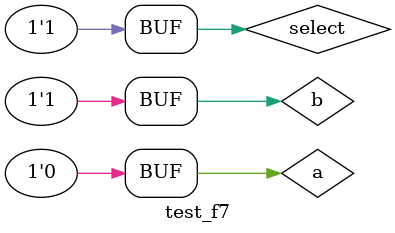
<source format=v>


// ------------------------- 
//  f7_gate 
// ------------------------- 
module f7(  input wire a,
            input wire b,
            input wire select,
            output wire out_or,
            output wire out_nor,
            output wire selected_output );

    assign out_or = (a | b);
    assign out_nor = ~(a | b);
    assign selected_output = select ? out_nor : out_or;

endmodule // end f7

// ------------------------- 
//  multiplexer 
// ------------------------- 
module mux( 
    output wire s, 
    input  wire a, 
    input  wire b, 
    input  wire select ); 

// definir dados locais 
    wire not_select; 
    wire sa; 
    wire sb; 

// descrever por portas 
    not NOT1( not_select, select ); 

    and AND1( sa, a, not_select ); 
    and AND2( sb, b,    select  ); 

    or  OR1     ( s , sa, sb ); 
endmodule // mux 


module test_f7; 
    // ------------------------- definir dados 
    reg  a; 
    reg  b; 
    reg  select; 
    wire out_or; 
    wire out_nor; 
    wire s; 
    wire selected_output;

    f7 modulo( a, b, select, out_or, out_nor, selected_output ); 

    mux MUX1( s, out_or, out_nor, select );
    
    // ------------------------- parte principal 

    initial 
    begin : main 
        $display("Guia_0702 - Felipe Rivetti Mizher - 821811"); 
        $display("Test LU's module"); 
        $display("   a    b    select    out_or    out_nor    selected_output    s"); 

        a = 1'b0;  b = 1'b1;  select = 1'b0; 

    // projetar testes do modulo 
        #1    $monitor("%4b %4b %6b %10b %9b %14b %11b", a, b, select, out_or, out_nor, selected_output, s); 
        #1     select = 1'b1; 

    end 
endmodule // test_f7  

</source>
